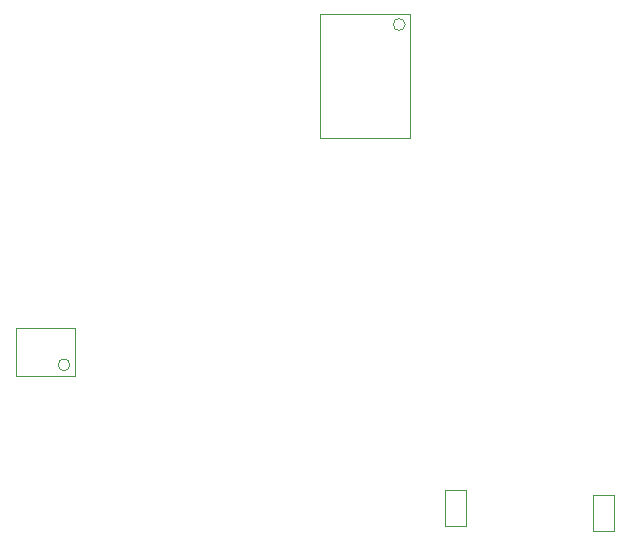
<source format=gbr>
%TF.GenerationSoftware,Altium Limited,Altium Designer,24.7.2 (38)*%
G04 Layer_Color=8388736*
%FSLAX45Y45*%
%MOMM*%
%TF.SameCoordinates,313A2AA4-CFAA-4B56-AAC7-ADE98D6BBF51*%
%TF.FilePolarity,Positive*%
%TF.FileFunction,Other,Bottom_Designator*%
%TF.Part,Single*%
G01*
G75*
%TA.AperFunction,NonConductor*%
%ADD98C,0.10000*%
D98*
X722500Y2972500D02*
G03*
X722500Y2972500I-50000J0D01*
G01*
X3560000Y5854999D02*
G03*
X3560000Y5854999I-50000J0D01*
G01*
X262500Y2882500D02*
Y3282500D01*
X762500Y2882500D02*
Y3282500D01*
X262500D02*
X762500D01*
X262500Y2882500D02*
X762500D01*
X4079984Y1607500D02*
Y1917500D01*
X3899984Y1607500D02*
Y1917500D01*
X4079984D01*
X3899984Y1607500D02*
X4079984D01*
X5330001Y1562500D02*
Y1872500D01*
X5150000Y1562500D02*
Y1872500D01*
X5330001D01*
X5150000Y1562500D02*
X5330001D01*
X2840000Y4895000D02*
X3600000D01*
X2840000Y5945000D02*
X3600000D01*
X2840000Y4895000D02*
Y5945000D01*
X3600000Y4895000D02*
Y5945000D01*
%TF.MD5,110108e567cd27363f26ebfdb5bdbdc2*%
M02*

</source>
